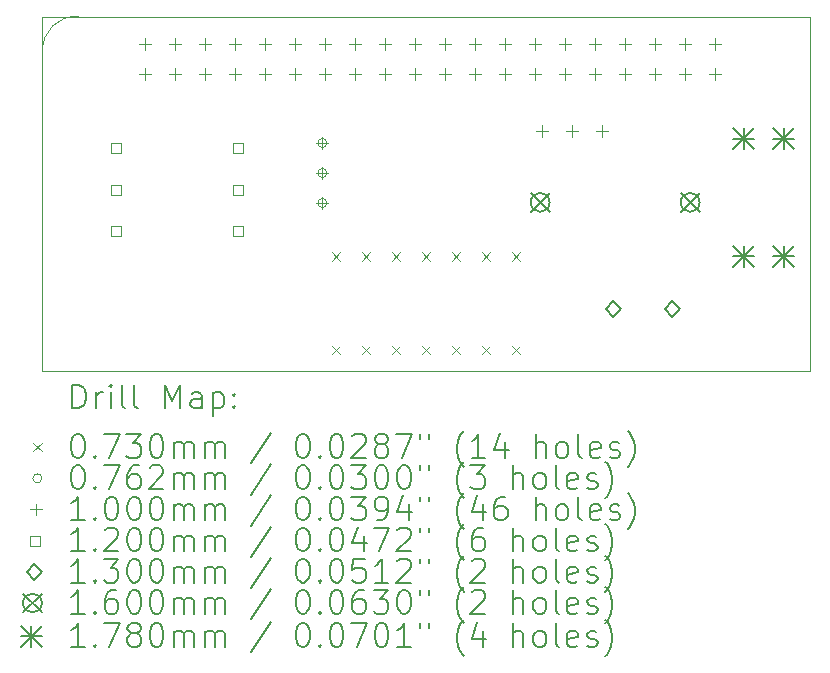
<source format=gbr>
%FSLAX45Y45*%
G04 Gerber Fmt 4.5, Leading zero omitted, Abs format (unit mm)*
G04 Created by KiCad (PCBNEW (6.0.4)) date 2022-04-01 13:14:08*
%MOMM*%
%LPD*%
G01*
G04 APERTURE LIST*
%TA.AperFunction,Profile*%
%ADD10C,0.100000*%
%TD*%
%TA.AperFunction,Profile*%
%ADD11C,0.050000*%
%TD*%
%ADD12C,0.200000*%
%ADD13C,0.073000*%
%ADD14C,0.076200*%
%ADD15C,0.100000*%
%ADD16C,0.120000*%
%ADD17C,0.130000*%
%ADD18C,0.160000*%
%ADD19C,0.178000*%
G04 APERTURE END LIST*
D10*
X15059520Y-5146040D02*
X15059520Y-2146040D01*
D11*
X15362634Y-2145238D02*
G75*
G03*
X15061299Y-2439810I-21644J-279272D01*
G01*
D10*
X21559520Y-5146040D02*
X15059520Y-5146040D01*
X21559520Y-5146040D02*
X15059520Y-5146040D01*
X15059520Y-2146040D02*
X21559520Y-2146040D01*
D11*
X15059520Y-2146040D02*
X21559520Y-2146040D01*
X21559520Y-2146040D02*
X21559520Y-5146040D01*
X21559520Y-5146040D02*
X15059520Y-5146040D01*
X15059520Y-5146040D02*
X15059520Y-2146040D01*
D10*
X21559520Y-2146040D02*
X21559520Y-5146040D01*
X21559520Y-2146040D02*
X21559520Y-5146040D01*
X15059520Y-5146040D02*
X15059520Y-2146040D01*
X15059520Y-2146040D02*
X21559520Y-2146040D01*
D12*
D13*
X17509820Y-4138500D02*
X17582820Y-4211500D01*
X17582820Y-4138500D02*
X17509820Y-4211500D01*
X17509820Y-4932500D02*
X17582820Y-5005500D01*
X17582820Y-4932500D02*
X17509820Y-5005500D01*
X17763820Y-4138500D02*
X17836820Y-4211500D01*
X17836820Y-4138500D02*
X17763820Y-4211500D01*
X17763820Y-4932500D02*
X17836820Y-5005500D01*
X17836820Y-4932500D02*
X17763820Y-5005500D01*
X18017820Y-4138500D02*
X18090820Y-4211500D01*
X18090820Y-4138500D02*
X18017820Y-4211500D01*
X18017820Y-4932500D02*
X18090820Y-5005500D01*
X18090820Y-4932500D02*
X18017820Y-5005500D01*
X18271820Y-4138500D02*
X18344820Y-4211500D01*
X18344820Y-4138500D02*
X18271820Y-4211500D01*
X18271820Y-4932500D02*
X18344820Y-5005500D01*
X18344820Y-4932500D02*
X18271820Y-5005500D01*
X18525820Y-4138500D02*
X18598820Y-4211500D01*
X18598820Y-4138500D02*
X18525820Y-4211500D01*
X18525820Y-4932500D02*
X18598820Y-5005500D01*
X18598820Y-4932500D02*
X18525820Y-5005500D01*
X18779820Y-4138500D02*
X18852820Y-4211500D01*
X18852820Y-4138500D02*
X18779820Y-4211500D01*
X18779820Y-4932500D02*
X18852820Y-5005500D01*
X18852820Y-4932500D02*
X18779820Y-5005500D01*
X19033820Y-4138500D02*
X19106820Y-4211500D01*
X19106820Y-4138500D02*
X19033820Y-4211500D01*
X19033820Y-4932500D02*
X19106820Y-5005500D01*
X19106820Y-4932500D02*
X19033820Y-5005500D01*
D14*
X17467580Y-3215640D02*
G75*
G03*
X17467580Y-3215640I-38100J0D01*
G01*
X17467580Y-3469640D02*
G75*
G03*
X17467580Y-3469640I-38100J0D01*
G01*
X17467580Y-3723640D02*
G75*
G03*
X17467580Y-3723640I-38100J0D01*
G01*
D15*
X15931200Y-2327440D02*
X15931200Y-2427440D01*
X15881200Y-2377440D02*
X15981200Y-2377440D01*
X15931200Y-2581440D02*
X15931200Y-2681440D01*
X15881200Y-2631440D02*
X15981200Y-2631440D01*
X16185200Y-2327440D02*
X16185200Y-2427440D01*
X16135200Y-2377440D02*
X16235200Y-2377440D01*
X16185200Y-2581440D02*
X16185200Y-2681440D01*
X16135200Y-2631440D02*
X16235200Y-2631440D01*
X16439200Y-2327440D02*
X16439200Y-2427440D01*
X16389200Y-2377440D02*
X16489200Y-2377440D01*
X16439200Y-2581440D02*
X16439200Y-2681440D01*
X16389200Y-2631440D02*
X16489200Y-2631440D01*
X16693200Y-2327440D02*
X16693200Y-2427440D01*
X16643200Y-2377440D02*
X16743200Y-2377440D01*
X16693200Y-2581440D02*
X16693200Y-2681440D01*
X16643200Y-2631440D02*
X16743200Y-2631440D01*
X16947200Y-2327440D02*
X16947200Y-2427440D01*
X16897200Y-2377440D02*
X16997200Y-2377440D01*
X16947200Y-2581440D02*
X16947200Y-2681440D01*
X16897200Y-2631440D02*
X16997200Y-2631440D01*
X17201200Y-2327440D02*
X17201200Y-2427440D01*
X17151200Y-2377440D02*
X17251200Y-2377440D01*
X17201200Y-2581440D02*
X17201200Y-2681440D01*
X17151200Y-2631440D02*
X17251200Y-2631440D01*
X17429480Y-3164140D02*
X17429480Y-3264140D01*
X17379480Y-3214140D02*
X17479480Y-3214140D01*
X17429480Y-3418140D02*
X17429480Y-3518140D01*
X17379480Y-3468140D02*
X17479480Y-3468140D01*
X17429480Y-3672140D02*
X17429480Y-3772140D01*
X17379480Y-3722140D02*
X17479480Y-3722140D01*
X17455200Y-2327440D02*
X17455200Y-2427440D01*
X17405200Y-2377440D02*
X17505200Y-2377440D01*
X17455200Y-2581440D02*
X17455200Y-2681440D01*
X17405200Y-2631440D02*
X17505200Y-2631440D01*
X17709200Y-2327440D02*
X17709200Y-2427440D01*
X17659200Y-2377440D02*
X17759200Y-2377440D01*
X17709200Y-2581440D02*
X17709200Y-2681440D01*
X17659200Y-2631440D02*
X17759200Y-2631440D01*
X17963200Y-2327440D02*
X17963200Y-2427440D01*
X17913200Y-2377440D02*
X18013200Y-2377440D01*
X17963200Y-2581440D02*
X17963200Y-2681440D01*
X17913200Y-2631440D02*
X18013200Y-2631440D01*
X18217200Y-2327440D02*
X18217200Y-2427440D01*
X18167200Y-2377440D02*
X18267200Y-2377440D01*
X18217200Y-2581440D02*
X18217200Y-2681440D01*
X18167200Y-2631440D02*
X18267200Y-2631440D01*
X18471200Y-2327440D02*
X18471200Y-2427440D01*
X18421200Y-2377440D02*
X18521200Y-2377440D01*
X18471200Y-2581440D02*
X18471200Y-2681440D01*
X18421200Y-2631440D02*
X18521200Y-2631440D01*
X18725200Y-2327440D02*
X18725200Y-2427440D01*
X18675200Y-2377440D02*
X18775200Y-2377440D01*
X18725200Y-2581440D02*
X18725200Y-2681440D01*
X18675200Y-2631440D02*
X18775200Y-2631440D01*
X18979200Y-2327440D02*
X18979200Y-2427440D01*
X18929200Y-2377440D02*
X19029200Y-2377440D01*
X18979200Y-2581440D02*
X18979200Y-2681440D01*
X18929200Y-2631440D02*
X19029200Y-2631440D01*
X19233200Y-2327440D02*
X19233200Y-2427440D01*
X19183200Y-2377440D02*
X19283200Y-2377440D01*
X19233200Y-2581440D02*
X19233200Y-2681440D01*
X19183200Y-2631440D02*
X19283200Y-2631440D01*
X19290260Y-3064040D02*
X19290260Y-3164040D01*
X19240260Y-3114040D02*
X19340260Y-3114040D01*
X19487200Y-2327440D02*
X19487200Y-2427440D01*
X19437200Y-2377440D02*
X19537200Y-2377440D01*
X19487200Y-2581440D02*
X19487200Y-2681440D01*
X19437200Y-2631440D02*
X19537200Y-2631440D01*
X19544260Y-3064040D02*
X19544260Y-3164040D01*
X19494260Y-3114040D02*
X19594260Y-3114040D01*
X19741200Y-2327440D02*
X19741200Y-2427440D01*
X19691200Y-2377440D02*
X19791200Y-2377440D01*
X19741200Y-2581440D02*
X19741200Y-2681440D01*
X19691200Y-2631440D02*
X19791200Y-2631440D01*
X19798260Y-3064040D02*
X19798260Y-3164040D01*
X19748260Y-3114040D02*
X19848260Y-3114040D01*
X19995200Y-2327440D02*
X19995200Y-2427440D01*
X19945200Y-2377440D02*
X20045200Y-2377440D01*
X19995200Y-2581440D02*
X19995200Y-2681440D01*
X19945200Y-2631440D02*
X20045200Y-2631440D01*
X20249200Y-2327440D02*
X20249200Y-2427440D01*
X20199200Y-2377440D02*
X20299200Y-2377440D01*
X20249200Y-2581440D02*
X20249200Y-2681440D01*
X20199200Y-2631440D02*
X20299200Y-2631440D01*
X20503200Y-2327440D02*
X20503200Y-2427440D01*
X20453200Y-2377440D02*
X20553200Y-2377440D01*
X20503200Y-2581440D02*
X20503200Y-2681440D01*
X20453200Y-2631440D02*
X20553200Y-2631440D01*
X20757200Y-2327440D02*
X20757200Y-2427440D01*
X20707200Y-2377440D02*
X20807200Y-2377440D01*
X20757200Y-2581440D02*
X20757200Y-2681440D01*
X20707200Y-2631440D02*
X20807200Y-2631440D01*
D16*
X15724997Y-3302557D02*
X15724997Y-3217703D01*
X15640143Y-3217703D01*
X15640143Y-3302557D01*
X15724997Y-3302557D01*
X15724997Y-3652557D02*
X15724997Y-3567703D01*
X15640143Y-3567703D01*
X15640143Y-3652557D01*
X15724997Y-3652557D01*
X15724997Y-4002557D02*
X15724997Y-3917703D01*
X15640143Y-3917703D01*
X15640143Y-4002557D01*
X15724997Y-4002557D01*
X16758027Y-3304827D02*
X16758027Y-3219973D01*
X16673173Y-3219973D01*
X16673173Y-3304827D01*
X16758027Y-3304827D01*
X16758027Y-3654827D02*
X16758027Y-3569973D01*
X16673173Y-3569973D01*
X16673173Y-3654827D01*
X16758027Y-3654827D01*
X16758027Y-4004827D02*
X16758027Y-3919973D01*
X16673173Y-3919973D01*
X16673173Y-4004827D01*
X16758027Y-4004827D01*
D17*
X19892200Y-4687820D02*
X19957200Y-4622820D01*
X19892200Y-4557820D01*
X19827200Y-4622820D01*
X19892200Y-4687820D01*
X20392200Y-4687820D02*
X20457200Y-4622820D01*
X20392200Y-4557820D01*
X20327200Y-4622820D01*
X20392200Y-4687820D01*
D18*
X19193520Y-3638560D02*
X19353520Y-3798560D01*
X19353520Y-3638560D02*
X19193520Y-3798560D01*
X19353520Y-3718560D02*
G75*
G03*
X19353520Y-3718560I-80000J0D01*
G01*
X20463520Y-3638560D02*
X20623520Y-3798560D01*
X20623520Y-3638560D02*
X20463520Y-3798560D01*
X20623520Y-3718560D02*
G75*
G03*
X20623520Y-3718560I-80000J0D01*
G01*
D19*
X20906680Y-3092920D02*
X21084680Y-3270920D01*
X21084680Y-3092920D02*
X20906680Y-3270920D01*
X20995680Y-3092920D02*
X20995680Y-3270920D01*
X20906680Y-3181920D02*
X21084680Y-3181920D01*
X20906680Y-4084920D02*
X21084680Y-4262920D01*
X21084680Y-4084920D02*
X20906680Y-4262920D01*
X20995680Y-4084920D02*
X20995680Y-4262920D01*
X20906680Y-4173920D02*
X21084680Y-4173920D01*
X21246680Y-3092920D02*
X21424680Y-3270920D01*
X21424680Y-3092920D02*
X21246680Y-3270920D01*
X21335680Y-3092920D02*
X21335680Y-3270920D01*
X21246680Y-3181920D02*
X21424680Y-3181920D01*
X21246680Y-4084920D02*
X21424680Y-4262920D01*
X21424680Y-4084920D02*
X21246680Y-4262920D01*
X21335680Y-4084920D02*
X21335680Y-4262920D01*
X21246680Y-4173920D02*
X21424680Y-4173920D01*
D12*
X15312139Y-5461516D02*
X15312139Y-5261516D01*
X15359758Y-5261516D01*
X15388329Y-5271040D01*
X15407377Y-5290088D01*
X15416901Y-5309135D01*
X15426425Y-5347230D01*
X15426425Y-5375802D01*
X15416901Y-5413897D01*
X15407377Y-5432945D01*
X15388329Y-5451992D01*
X15359758Y-5461516D01*
X15312139Y-5461516D01*
X15512139Y-5461516D02*
X15512139Y-5328183D01*
X15512139Y-5366278D02*
X15521663Y-5347230D01*
X15531187Y-5337707D01*
X15550234Y-5328183D01*
X15569282Y-5328183D01*
X15635948Y-5461516D02*
X15635948Y-5328183D01*
X15635948Y-5261516D02*
X15626425Y-5271040D01*
X15635948Y-5280564D01*
X15645472Y-5271040D01*
X15635948Y-5261516D01*
X15635948Y-5280564D01*
X15759758Y-5461516D02*
X15740710Y-5451992D01*
X15731187Y-5432945D01*
X15731187Y-5261516D01*
X15864520Y-5461516D02*
X15845472Y-5451992D01*
X15835948Y-5432945D01*
X15835948Y-5261516D01*
X16093091Y-5461516D02*
X16093091Y-5261516D01*
X16159758Y-5404373D01*
X16226425Y-5261516D01*
X16226425Y-5461516D01*
X16407377Y-5461516D02*
X16407377Y-5356754D01*
X16397853Y-5337707D01*
X16378806Y-5328183D01*
X16340710Y-5328183D01*
X16321663Y-5337707D01*
X16407377Y-5451992D02*
X16388329Y-5461516D01*
X16340710Y-5461516D01*
X16321663Y-5451992D01*
X16312139Y-5432945D01*
X16312139Y-5413897D01*
X16321663Y-5394850D01*
X16340710Y-5385326D01*
X16388329Y-5385326D01*
X16407377Y-5375802D01*
X16502615Y-5328183D02*
X16502615Y-5528183D01*
X16502615Y-5337707D02*
X16521663Y-5328183D01*
X16559758Y-5328183D01*
X16578806Y-5337707D01*
X16588329Y-5347230D01*
X16597853Y-5366278D01*
X16597853Y-5423421D01*
X16588329Y-5442469D01*
X16578806Y-5451992D01*
X16559758Y-5461516D01*
X16521663Y-5461516D01*
X16502615Y-5451992D01*
X16683568Y-5442469D02*
X16693091Y-5451992D01*
X16683568Y-5461516D01*
X16674044Y-5451992D01*
X16683568Y-5442469D01*
X16683568Y-5461516D01*
X16683568Y-5337707D02*
X16693091Y-5347230D01*
X16683568Y-5356754D01*
X16674044Y-5347230D01*
X16683568Y-5337707D01*
X16683568Y-5356754D01*
D13*
X14981520Y-5754540D02*
X15054520Y-5827540D01*
X15054520Y-5754540D02*
X14981520Y-5827540D01*
D12*
X15350234Y-5681516D02*
X15369282Y-5681516D01*
X15388329Y-5691040D01*
X15397853Y-5700564D01*
X15407377Y-5719611D01*
X15416901Y-5757707D01*
X15416901Y-5805326D01*
X15407377Y-5843421D01*
X15397853Y-5862468D01*
X15388329Y-5871992D01*
X15369282Y-5881516D01*
X15350234Y-5881516D01*
X15331187Y-5871992D01*
X15321663Y-5862468D01*
X15312139Y-5843421D01*
X15302615Y-5805326D01*
X15302615Y-5757707D01*
X15312139Y-5719611D01*
X15321663Y-5700564D01*
X15331187Y-5691040D01*
X15350234Y-5681516D01*
X15502615Y-5862468D02*
X15512139Y-5871992D01*
X15502615Y-5881516D01*
X15493091Y-5871992D01*
X15502615Y-5862468D01*
X15502615Y-5881516D01*
X15578806Y-5681516D02*
X15712139Y-5681516D01*
X15626425Y-5881516D01*
X15769282Y-5681516D02*
X15893091Y-5681516D01*
X15826425Y-5757707D01*
X15854996Y-5757707D01*
X15874044Y-5767230D01*
X15883568Y-5776754D01*
X15893091Y-5795802D01*
X15893091Y-5843421D01*
X15883568Y-5862468D01*
X15874044Y-5871992D01*
X15854996Y-5881516D01*
X15797853Y-5881516D01*
X15778806Y-5871992D01*
X15769282Y-5862468D01*
X16016901Y-5681516D02*
X16035948Y-5681516D01*
X16054996Y-5691040D01*
X16064520Y-5700564D01*
X16074044Y-5719611D01*
X16083568Y-5757707D01*
X16083568Y-5805326D01*
X16074044Y-5843421D01*
X16064520Y-5862468D01*
X16054996Y-5871992D01*
X16035948Y-5881516D01*
X16016901Y-5881516D01*
X15997853Y-5871992D01*
X15988329Y-5862468D01*
X15978806Y-5843421D01*
X15969282Y-5805326D01*
X15969282Y-5757707D01*
X15978806Y-5719611D01*
X15988329Y-5700564D01*
X15997853Y-5691040D01*
X16016901Y-5681516D01*
X16169282Y-5881516D02*
X16169282Y-5748183D01*
X16169282Y-5767230D02*
X16178806Y-5757707D01*
X16197853Y-5748183D01*
X16226425Y-5748183D01*
X16245472Y-5757707D01*
X16254996Y-5776754D01*
X16254996Y-5881516D01*
X16254996Y-5776754D02*
X16264520Y-5757707D01*
X16283568Y-5748183D01*
X16312139Y-5748183D01*
X16331187Y-5757707D01*
X16340710Y-5776754D01*
X16340710Y-5881516D01*
X16435948Y-5881516D02*
X16435948Y-5748183D01*
X16435948Y-5767230D02*
X16445472Y-5757707D01*
X16464520Y-5748183D01*
X16493091Y-5748183D01*
X16512139Y-5757707D01*
X16521663Y-5776754D01*
X16521663Y-5881516D01*
X16521663Y-5776754D02*
X16531187Y-5757707D01*
X16550234Y-5748183D01*
X16578806Y-5748183D01*
X16597853Y-5757707D01*
X16607377Y-5776754D01*
X16607377Y-5881516D01*
X16997853Y-5671992D02*
X16826425Y-5929135D01*
X17254996Y-5681516D02*
X17274044Y-5681516D01*
X17293091Y-5691040D01*
X17302615Y-5700564D01*
X17312139Y-5719611D01*
X17321663Y-5757707D01*
X17321663Y-5805326D01*
X17312139Y-5843421D01*
X17302615Y-5862468D01*
X17293091Y-5871992D01*
X17274044Y-5881516D01*
X17254996Y-5881516D01*
X17235949Y-5871992D01*
X17226425Y-5862468D01*
X17216901Y-5843421D01*
X17207377Y-5805326D01*
X17207377Y-5757707D01*
X17216901Y-5719611D01*
X17226425Y-5700564D01*
X17235949Y-5691040D01*
X17254996Y-5681516D01*
X17407377Y-5862468D02*
X17416901Y-5871992D01*
X17407377Y-5881516D01*
X17397853Y-5871992D01*
X17407377Y-5862468D01*
X17407377Y-5881516D01*
X17540710Y-5681516D02*
X17559758Y-5681516D01*
X17578806Y-5691040D01*
X17588330Y-5700564D01*
X17597853Y-5719611D01*
X17607377Y-5757707D01*
X17607377Y-5805326D01*
X17597853Y-5843421D01*
X17588330Y-5862468D01*
X17578806Y-5871992D01*
X17559758Y-5881516D01*
X17540710Y-5881516D01*
X17521663Y-5871992D01*
X17512139Y-5862468D01*
X17502615Y-5843421D01*
X17493091Y-5805326D01*
X17493091Y-5757707D01*
X17502615Y-5719611D01*
X17512139Y-5700564D01*
X17521663Y-5691040D01*
X17540710Y-5681516D01*
X17683568Y-5700564D02*
X17693091Y-5691040D01*
X17712139Y-5681516D01*
X17759758Y-5681516D01*
X17778806Y-5691040D01*
X17788330Y-5700564D01*
X17797853Y-5719611D01*
X17797853Y-5738659D01*
X17788330Y-5767230D01*
X17674044Y-5881516D01*
X17797853Y-5881516D01*
X17912139Y-5767230D02*
X17893091Y-5757707D01*
X17883568Y-5748183D01*
X17874044Y-5729135D01*
X17874044Y-5719611D01*
X17883568Y-5700564D01*
X17893091Y-5691040D01*
X17912139Y-5681516D01*
X17950234Y-5681516D01*
X17969282Y-5691040D01*
X17978806Y-5700564D01*
X17988330Y-5719611D01*
X17988330Y-5729135D01*
X17978806Y-5748183D01*
X17969282Y-5757707D01*
X17950234Y-5767230D01*
X17912139Y-5767230D01*
X17893091Y-5776754D01*
X17883568Y-5786278D01*
X17874044Y-5805326D01*
X17874044Y-5843421D01*
X17883568Y-5862468D01*
X17893091Y-5871992D01*
X17912139Y-5881516D01*
X17950234Y-5881516D01*
X17969282Y-5871992D01*
X17978806Y-5862468D01*
X17988330Y-5843421D01*
X17988330Y-5805326D01*
X17978806Y-5786278D01*
X17969282Y-5776754D01*
X17950234Y-5767230D01*
X18054996Y-5681516D02*
X18188330Y-5681516D01*
X18102615Y-5881516D01*
X18254996Y-5681516D02*
X18254996Y-5719611D01*
X18331187Y-5681516D02*
X18331187Y-5719611D01*
X18626425Y-5957707D02*
X18616901Y-5948183D01*
X18597853Y-5919611D01*
X18588330Y-5900564D01*
X18578806Y-5871992D01*
X18569282Y-5824373D01*
X18569282Y-5786278D01*
X18578806Y-5738659D01*
X18588330Y-5710088D01*
X18597853Y-5691040D01*
X18616901Y-5662468D01*
X18626425Y-5652945D01*
X18807377Y-5881516D02*
X18693091Y-5881516D01*
X18750234Y-5881516D02*
X18750234Y-5681516D01*
X18731187Y-5710088D01*
X18712139Y-5729135D01*
X18693091Y-5738659D01*
X18978806Y-5748183D02*
X18978806Y-5881516D01*
X18931187Y-5671992D02*
X18883568Y-5814849D01*
X19007377Y-5814849D01*
X19235949Y-5881516D02*
X19235949Y-5681516D01*
X19321663Y-5881516D02*
X19321663Y-5776754D01*
X19312139Y-5757707D01*
X19293091Y-5748183D01*
X19264520Y-5748183D01*
X19245472Y-5757707D01*
X19235949Y-5767230D01*
X19445472Y-5881516D02*
X19426425Y-5871992D01*
X19416901Y-5862468D01*
X19407377Y-5843421D01*
X19407377Y-5786278D01*
X19416901Y-5767230D01*
X19426425Y-5757707D01*
X19445472Y-5748183D01*
X19474044Y-5748183D01*
X19493091Y-5757707D01*
X19502615Y-5767230D01*
X19512139Y-5786278D01*
X19512139Y-5843421D01*
X19502615Y-5862468D01*
X19493091Y-5871992D01*
X19474044Y-5881516D01*
X19445472Y-5881516D01*
X19626425Y-5881516D02*
X19607377Y-5871992D01*
X19597853Y-5852945D01*
X19597853Y-5681516D01*
X19778806Y-5871992D02*
X19759758Y-5881516D01*
X19721663Y-5881516D01*
X19702615Y-5871992D01*
X19693091Y-5852945D01*
X19693091Y-5776754D01*
X19702615Y-5757707D01*
X19721663Y-5748183D01*
X19759758Y-5748183D01*
X19778806Y-5757707D01*
X19788330Y-5776754D01*
X19788330Y-5795802D01*
X19693091Y-5814849D01*
X19864520Y-5871992D02*
X19883568Y-5881516D01*
X19921663Y-5881516D01*
X19940710Y-5871992D01*
X19950234Y-5852945D01*
X19950234Y-5843421D01*
X19940710Y-5824373D01*
X19921663Y-5814849D01*
X19893091Y-5814849D01*
X19874044Y-5805326D01*
X19864520Y-5786278D01*
X19864520Y-5776754D01*
X19874044Y-5757707D01*
X19893091Y-5748183D01*
X19921663Y-5748183D01*
X19940710Y-5757707D01*
X20016901Y-5957707D02*
X20026425Y-5948183D01*
X20045472Y-5919611D01*
X20054996Y-5900564D01*
X20064520Y-5871992D01*
X20074044Y-5824373D01*
X20074044Y-5786278D01*
X20064520Y-5738659D01*
X20054996Y-5710088D01*
X20045472Y-5691040D01*
X20026425Y-5662468D01*
X20016901Y-5652945D01*
D14*
X15054520Y-6055040D02*
G75*
G03*
X15054520Y-6055040I-38100J0D01*
G01*
D12*
X15350234Y-5945516D02*
X15369282Y-5945516D01*
X15388329Y-5955040D01*
X15397853Y-5964564D01*
X15407377Y-5983611D01*
X15416901Y-6021707D01*
X15416901Y-6069326D01*
X15407377Y-6107421D01*
X15397853Y-6126468D01*
X15388329Y-6135992D01*
X15369282Y-6145516D01*
X15350234Y-6145516D01*
X15331187Y-6135992D01*
X15321663Y-6126468D01*
X15312139Y-6107421D01*
X15302615Y-6069326D01*
X15302615Y-6021707D01*
X15312139Y-5983611D01*
X15321663Y-5964564D01*
X15331187Y-5955040D01*
X15350234Y-5945516D01*
X15502615Y-6126468D02*
X15512139Y-6135992D01*
X15502615Y-6145516D01*
X15493091Y-6135992D01*
X15502615Y-6126468D01*
X15502615Y-6145516D01*
X15578806Y-5945516D02*
X15712139Y-5945516D01*
X15626425Y-6145516D01*
X15874044Y-5945516D02*
X15835948Y-5945516D01*
X15816901Y-5955040D01*
X15807377Y-5964564D01*
X15788329Y-5993135D01*
X15778806Y-6031230D01*
X15778806Y-6107421D01*
X15788329Y-6126468D01*
X15797853Y-6135992D01*
X15816901Y-6145516D01*
X15854996Y-6145516D01*
X15874044Y-6135992D01*
X15883568Y-6126468D01*
X15893091Y-6107421D01*
X15893091Y-6059802D01*
X15883568Y-6040754D01*
X15874044Y-6031230D01*
X15854996Y-6021707D01*
X15816901Y-6021707D01*
X15797853Y-6031230D01*
X15788329Y-6040754D01*
X15778806Y-6059802D01*
X15969282Y-5964564D02*
X15978806Y-5955040D01*
X15997853Y-5945516D01*
X16045472Y-5945516D01*
X16064520Y-5955040D01*
X16074044Y-5964564D01*
X16083568Y-5983611D01*
X16083568Y-6002659D01*
X16074044Y-6031230D01*
X15959758Y-6145516D01*
X16083568Y-6145516D01*
X16169282Y-6145516D02*
X16169282Y-6012183D01*
X16169282Y-6031230D02*
X16178806Y-6021707D01*
X16197853Y-6012183D01*
X16226425Y-6012183D01*
X16245472Y-6021707D01*
X16254996Y-6040754D01*
X16254996Y-6145516D01*
X16254996Y-6040754D02*
X16264520Y-6021707D01*
X16283568Y-6012183D01*
X16312139Y-6012183D01*
X16331187Y-6021707D01*
X16340710Y-6040754D01*
X16340710Y-6145516D01*
X16435948Y-6145516D02*
X16435948Y-6012183D01*
X16435948Y-6031230D02*
X16445472Y-6021707D01*
X16464520Y-6012183D01*
X16493091Y-6012183D01*
X16512139Y-6021707D01*
X16521663Y-6040754D01*
X16521663Y-6145516D01*
X16521663Y-6040754D02*
X16531187Y-6021707D01*
X16550234Y-6012183D01*
X16578806Y-6012183D01*
X16597853Y-6021707D01*
X16607377Y-6040754D01*
X16607377Y-6145516D01*
X16997853Y-5935992D02*
X16826425Y-6193135D01*
X17254996Y-5945516D02*
X17274044Y-5945516D01*
X17293091Y-5955040D01*
X17302615Y-5964564D01*
X17312139Y-5983611D01*
X17321663Y-6021707D01*
X17321663Y-6069326D01*
X17312139Y-6107421D01*
X17302615Y-6126468D01*
X17293091Y-6135992D01*
X17274044Y-6145516D01*
X17254996Y-6145516D01*
X17235949Y-6135992D01*
X17226425Y-6126468D01*
X17216901Y-6107421D01*
X17207377Y-6069326D01*
X17207377Y-6021707D01*
X17216901Y-5983611D01*
X17226425Y-5964564D01*
X17235949Y-5955040D01*
X17254996Y-5945516D01*
X17407377Y-6126468D02*
X17416901Y-6135992D01*
X17407377Y-6145516D01*
X17397853Y-6135992D01*
X17407377Y-6126468D01*
X17407377Y-6145516D01*
X17540710Y-5945516D02*
X17559758Y-5945516D01*
X17578806Y-5955040D01*
X17588330Y-5964564D01*
X17597853Y-5983611D01*
X17607377Y-6021707D01*
X17607377Y-6069326D01*
X17597853Y-6107421D01*
X17588330Y-6126468D01*
X17578806Y-6135992D01*
X17559758Y-6145516D01*
X17540710Y-6145516D01*
X17521663Y-6135992D01*
X17512139Y-6126468D01*
X17502615Y-6107421D01*
X17493091Y-6069326D01*
X17493091Y-6021707D01*
X17502615Y-5983611D01*
X17512139Y-5964564D01*
X17521663Y-5955040D01*
X17540710Y-5945516D01*
X17674044Y-5945516D02*
X17797853Y-5945516D01*
X17731187Y-6021707D01*
X17759758Y-6021707D01*
X17778806Y-6031230D01*
X17788330Y-6040754D01*
X17797853Y-6059802D01*
X17797853Y-6107421D01*
X17788330Y-6126468D01*
X17778806Y-6135992D01*
X17759758Y-6145516D01*
X17702615Y-6145516D01*
X17683568Y-6135992D01*
X17674044Y-6126468D01*
X17921663Y-5945516D02*
X17940710Y-5945516D01*
X17959758Y-5955040D01*
X17969282Y-5964564D01*
X17978806Y-5983611D01*
X17988330Y-6021707D01*
X17988330Y-6069326D01*
X17978806Y-6107421D01*
X17969282Y-6126468D01*
X17959758Y-6135992D01*
X17940710Y-6145516D01*
X17921663Y-6145516D01*
X17902615Y-6135992D01*
X17893091Y-6126468D01*
X17883568Y-6107421D01*
X17874044Y-6069326D01*
X17874044Y-6021707D01*
X17883568Y-5983611D01*
X17893091Y-5964564D01*
X17902615Y-5955040D01*
X17921663Y-5945516D01*
X18112139Y-5945516D02*
X18131187Y-5945516D01*
X18150234Y-5955040D01*
X18159758Y-5964564D01*
X18169282Y-5983611D01*
X18178806Y-6021707D01*
X18178806Y-6069326D01*
X18169282Y-6107421D01*
X18159758Y-6126468D01*
X18150234Y-6135992D01*
X18131187Y-6145516D01*
X18112139Y-6145516D01*
X18093091Y-6135992D01*
X18083568Y-6126468D01*
X18074044Y-6107421D01*
X18064520Y-6069326D01*
X18064520Y-6021707D01*
X18074044Y-5983611D01*
X18083568Y-5964564D01*
X18093091Y-5955040D01*
X18112139Y-5945516D01*
X18254996Y-5945516D02*
X18254996Y-5983611D01*
X18331187Y-5945516D02*
X18331187Y-5983611D01*
X18626425Y-6221707D02*
X18616901Y-6212183D01*
X18597853Y-6183611D01*
X18588330Y-6164564D01*
X18578806Y-6135992D01*
X18569282Y-6088373D01*
X18569282Y-6050278D01*
X18578806Y-6002659D01*
X18588330Y-5974088D01*
X18597853Y-5955040D01*
X18616901Y-5926468D01*
X18626425Y-5916945D01*
X18683568Y-5945516D02*
X18807377Y-5945516D01*
X18740710Y-6021707D01*
X18769282Y-6021707D01*
X18788330Y-6031230D01*
X18797853Y-6040754D01*
X18807377Y-6059802D01*
X18807377Y-6107421D01*
X18797853Y-6126468D01*
X18788330Y-6135992D01*
X18769282Y-6145516D01*
X18712139Y-6145516D01*
X18693091Y-6135992D01*
X18683568Y-6126468D01*
X19045472Y-6145516D02*
X19045472Y-5945516D01*
X19131187Y-6145516D02*
X19131187Y-6040754D01*
X19121663Y-6021707D01*
X19102615Y-6012183D01*
X19074044Y-6012183D01*
X19054996Y-6021707D01*
X19045472Y-6031230D01*
X19254996Y-6145516D02*
X19235949Y-6135992D01*
X19226425Y-6126468D01*
X19216901Y-6107421D01*
X19216901Y-6050278D01*
X19226425Y-6031230D01*
X19235949Y-6021707D01*
X19254996Y-6012183D01*
X19283568Y-6012183D01*
X19302615Y-6021707D01*
X19312139Y-6031230D01*
X19321663Y-6050278D01*
X19321663Y-6107421D01*
X19312139Y-6126468D01*
X19302615Y-6135992D01*
X19283568Y-6145516D01*
X19254996Y-6145516D01*
X19435949Y-6145516D02*
X19416901Y-6135992D01*
X19407377Y-6116945D01*
X19407377Y-5945516D01*
X19588330Y-6135992D02*
X19569282Y-6145516D01*
X19531187Y-6145516D01*
X19512139Y-6135992D01*
X19502615Y-6116945D01*
X19502615Y-6040754D01*
X19512139Y-6021707D01*
X19531187Y-6012183D01*
X19569282Y-6012183D01*
X19588330Y-6021707D01*
X19597853Y-6040754D01*
X19597853Y-6059802D01*
X19502615Y-6078849D01*
X19674044Y-6135992D02*
X19693091Y-6145516D01*
X19731187Y-6145516D01*
X19750234Y-6135992D01*
X19759758Y-6116945D01*
X19759758Y-6107421D01*
X19750234Y-6088373D01*
X19731187Y-6078849D01*
X19702615Y-6078849D01*
X19683568Y-6069326D01*
X19674044Y-6050278D01*
X19674044Y-6040754D01*
X19683568Y-6021707D01*
X19702615Y-6012183D01*
X19731187Y-6012183D01*
X19750234Y-6021707D01*
X19826425Y-6221707D02*
X19835949Y-6212183D01*
X19854996Y-6183611D01*
X19864520Y-6164564D01*
X19874044Y-6135992D01*
X19883568Y-6088373D01*
X19883568Y-6050278D01*
X19874044Y-6002659D01*
X19864520Y-5974088D01*
X19854996Y-5955040D01*
X19835949Y-5926468D01*
X19826425Y-5916945D01*
D15*
X15004520Y-6269040D02*
X15004520Y-6369040D01*
X14954520Y-6319040D02*
X15054520Y-6319040D01*
D12*
X15416901Y-6409516D02*
X15302615Y-6409516D01*
X15359758Y-6409516D02*
X15359758Y-6209516D01*
X15340710Y-6238088D01*
X15321663Y-6257135D01*
X15302615Y-6266659D01*
X15502615Y-6390468D02*
X15512139Y-6399992D01*
X15502615Y-6409516D01*
X15493091Y-6399992D01*
X15502615Y-6390468D01*
X15502615Y-6409516D01*
X15635948Y-6209516D02*
X15654996Y-6209516D01*
X15674044Y-6219040D01*
X15683568Y-6228564D01*
X15693091Y-6247611D01*
X15702615Y-6285707D01*
X15702615Y-6333326D01*
X15693091Y-6371421D01*
X15683568Y-6390468D01*
X15674044Y-6399992D01*
X15654996Y-6409516D01*
X15635948Y-6409516D01*
X15616901Y-6399992D01*
X15607377Y-6390468D01*
X15597853Y-6371421D01*
X15588329Y-6333326D01*
X15588329Y-6285707D01*
X15597853Y-6247611D01*
X15607377Y-6228564D01*
X15616901Y-6219040D01*
X15635948Y-6209516D01*
X15826425Y-6209516D02*
X15845472Y-6209516D01*
X15864520Y-6219040D01*
X15874044Y-6228564D01*
X15883568Y-6247611D01*
X15893091Y-6285707D01*
X15893091Y-6333326D01*
X15883568Y-6371421D01*
X15874044Y-6390468D01*
X15864520Y-6399992D01*
X15845472Y-6409516D01*
X15826425Y-6409516D01*
X15807377Y-6399992D01*
X15797853Y-6390468D01*
X15788329Y-6371421D01*
X15778806Y-6333326D01*
X15778806Y-6285707D01*
X15788329Y-6247611D01*
X15797853Y-6228564D01*
X15807377Y-6219040D01*
X15826425Y-6209516D01*
X16016901Y-6209516D02*
X16035948Y-6209516D01*
X16054996Y-6219040D01*
X16064520Y-6228564D01*
X16074044Y-6247611D01*
X16083568Y-6285707D01*
X16083568Y-6333326D01*
X16074044Y-6371421D01*
X16064520Y-6390468D01*
X16054996Y-6399992D01*
X16035948Y-6409516D01*
X16016901Y-6409516D01*
X15997853Y-6399992D01*
X15988329Y-6390468D01*
X15978806Y-6371421D01*
X15969282Y-6333326D01*
X15969282Y-6285707D01*
X15978806Y-6247611D01*
X15988329Y-6228564D01*
X15997853Y-6219040D01*
X16016901Y-6209516D01*
X16169282Y-6409516D02*
X16169282Y-6276183D01*
X16169282Y-6295230D02*
X16178806Y-6285707D01*
X16197853Y-6276183D01*
X16226425Y-6276183D01*
X16245472Y-6285707D01*
X16254996Y-6304754D01*
X16254996Y-6409516D01*
X16254996Y-6304754D02*
X16264520Y-6285707D01*
X16283568Y-6276183D01*
X16312139Y-6276183D01*
X16331187Y-6285707D01*
X16340710Y-6304754D01*
X16340710Y-6409516D01*
X16435948Y-6409516D02*
X16435948Y-6276183D01*
X16435948Y-6295230D02*
X16445472Y-6285707D01*
X16464520Y-6276183D01*
X16493091Y-6276183D01*
X16512139Y-6285707D01*
X16521663Y-6304754D01*
X16521663Y-6409516D01*
X16521663Y-6304754D02*
X16531187Y-6285707D01*
X16550234Y-6276183D01*
X16578806Y-6276183D01*
X16597853Y-6285707D01*
X16607377Y-6304754D01*
X16607377Y-6409516D01*
X16997853Y-6199992D02*
X16826425Y-6457135D01*
X17254996Y-6209516D02*
X17274044Y-6209516D01*
X17293091Y-6219040D01*
X17302615Y-6228564D01*
X17312139Y-6247611D01*
X17321663Y-6285707D01*
X17321663Y-6333326D01*
X17312139Y-6371421D01*
X17302615Y-6390468D01*
X17293091Y-6399992D01*
X17274044Y-6409516D01*
X17254996Y-6409516D01*
X17235949Y-6399992D01*
X17226425Y-6390468D01*
X17216901Y-6371421D01*
X17207377Y-6333326D01*
X17207377Y-6285707D01*
X17216901Y-6247611D01*
X17226425Y-6228564D01*
X17235949Y-6219040D01*
X17254996Y-6209516D01*
X17407377Y-6390468D02*
X17416901Y-6399992D01*
X17407377Y-6409516D01*
X17397853Y-6399992D01*
X17407377Y-6390468D01*
X17407377Y-6409516D01*
X17540710Y-6209516D02*
X17559758Y-6209516D01*
X17578806Y-6219040D01*
X17588330Y-6228564D01*
X17597853Y-6247611D01*
X17607377Y-6285707D01*
X17607377Y-6333326D01*
X17597853Y-6371421D01*
X17588330Y-6390468D01*
X17578806Y-6399992D01*
X17559758Y-6409516D01*
X17540710Y-6409516D01*
X17521663Y-6399992D01*
X17512139Y-6390468D01*
X17502615Y-6371421D01*
X17493091Y-6333326D01*
X17493091Y-6285707D01*
X17502615Y-6247611D01*
X17512139Y-6228564D01*
X17521663Y-6219040D01*
X17540710Y-6209516D01*
X17674044Y-6209516D02*
X17797853Y-6209516D01*
X17731187Y-6285707D01*
X17759758Y-6285707D01*
X17778806Y-6295230D01*
X17788330Y-6304754D01*
X17797853Y-6323802D01*
X17797853Y-6371421D01*
X17788330Y-6390468D01*
X17778806Y-6399992D01*
X17759758Y-6409516D01*
X17702615Y-6409516D01*
X17683568Y-6399992D01*
X17674044Y-6390468D01*
X17893091Y-6409516D02*
X17931187Y-6409516D01*
X17950234Y-6399992D01*
X17959758Y-6390468D01*
X17978806Y-6361897D01*
X17988330Y-6323802D01*
X17988330Y-6247611D01*
X17978806Y-6228564D01*
X17969282Y-6219040D01*
X17950234Y-6209516D01*
X17912139Y-6209516D01*
X17893091Y-6219040D01*
X17883568Y-6228564D01*
X17874044Y-6247611D01*
X17874044Y-6295230D01*
X17883568Y-6314278D01*
X17893091Y-6323802D01*
X17912139Y-6333326D01*
X17950234Y-6333326D01*
X17969282Y-6323802D01*
X17978806Y-6314278D01*
X17988330Y-6295230D01*
X18159758Y-6276183D02*
X18159758Y-6409516D01*
X18112139Y-6199992D02*
X18064520Y-6342849D01*
X18188330Y-6342849D01*
X18254996Y-6209516D02*
X18254996Y-6247611D01*
X18331187Y-6209516D02*
X18331187Y-6247611D01*
X18626425Y-6485707D02*
X18616901Y-6476183D01*
X18597853Y-6447611D01*
X18588330Y-6428564D01*
X18578806Y-6399992D01*
X18569282Y-6352373D01*
X18569282Y-6314278D01*
X18578806Y-6266659D01*
X18588330Y-6238088D01*
X18597853Y-6219040D01*
X18616901Y-6190468D01*
X18626425Y-6180945D01*
X18788330Y-6276183D02*
X18788330Y-6409516D01*
X18740710Y-6199992D02*
X18693091Y-6342849D01*
X18816901Y-6342849D01*
X18978806Y-6209516D02*
X18940710Y-6209516D01*
X18921663Y-6219040D01*
X18912139Y-6228564D01*
X18893091Y-6257135D01*
X18883568Y-6295230D01*
X18883568Y-6371421D01*
X18893091Y-6390468D01*
X18902615Y-6399992D01*
X18921663Y-6409516D01*
X18959758Y-6409516D01*
X18978806Y-6399992D01*
X18988330Y-6390468D01*
X18997853Y-6371421D01*
X18997853Y-6323802D01*
X18988330Y-6304754D01*
X18978806Y-6295230D01*
X18959758Y-6285707D01*
X18921663Y-6285707D01*
X18902615Y-6295230D01*
X18893091Y-6304754D01*
X18883568Y-6323802D01*
X19235949Y-6409516D02*
X19235949Y-6209516D01*
X19321663Y-6409516D02*
X19321663Y-6304754D01*
X19312139Y-6285707D01*
X19293091Y-6276183D01*
X19264520Y-6276183D01*
X19245472Y-6285707D01*
X19235949Y-6295230D01*
X19445472Y-6409516D02*
X19426425Y-6399992D01*
X19416901Y-6390468D01*
X19407377Y-6371421D01*
X19407377Y-6314278D01*
X19416901Y-6295230D01*
X19426425Y-6285707D01*
X19445472Y-6276183D01*
X19474044Y-6276183D01*
X19493091Y-6285707D01*
X19502615Y-6295230D01*
X19512139Y-6314278D01*
X19512139Y-6371421D01*
X19502615Y-6390468D01*
X19493091Y-6399992D01*
X19474044Y-6409516D01*
X19445472Y-6409516D01*
X19626425Y-6409516D02*
X19607377Y-6399992D01*
X19597853Y-6380945D01*
X19597853Y-6209516D01*
X19778806Y-6399992D02*
X19759758Y-6409516D01*
X19721663Y-6409516D01*
X19702615Y-6399992D01*
X19693091Y-6380945D01*
X19693091Y-6304754D01*
X19702615Y-6285707D01*
X19721663Y-6276183D01*
X19759758Y-6276183D01*
X19778806Y-6285707D01*
X19788330Y-6304754D01*
X19788330Y-6323802D01*
X19693091Y-6342849D01*
X19864520Y-6399992D02*
X19883568Y-6409516D01*
X19921663Y-6409516D01*
X19940710Y-6399992D01*
X19950234Y-6380945D01*
X19950234Y-6371421D01*
X19940710Y-6352373D01*
X19921663Y-6342849D01*
X19893091Y-6342849D01*
X19874044Y-6333326D01*
X19864520Y-6314278D01*
X19864520Y-6304754D01*
X19874044Y-6285707D01*
X19893091Y-6276183D01*
X19921663Y-6276183D01*
X19940710Y-6285707D01*
X20016901Y-6485707D02*
X20026425Y-6476183D01*
X20045472Y-6447611D01*
X20054996Y-6428564D01*
X20064520Y-6399992D01*
X20074044Y-6352373D01*
X20074044Y-6314278D01*
X20064520Y-6266659D01*
X20054996Y-6238088D01*
X20045472Y-6219040D01*
X20026425Y-6190468D01*
X20016901Y-6180945D01*
D16*
X15036947Y-6625467D02*
X15036947Y-6540613D01*
X14952093Y-6540613D01*
X14952093Y-6625467D01*
X15036947Y-6625467D01*
D12*
X15416901Y-6673516D02*
X15302615Y-6673516D01*
X15359758Y-6673516D02*
X15359758Y-6473516D01*
X15340710Y-6502088D01*
X15321663Y-6521135D01*
X15302615Y-6530659D01*
X15502615Y-6654468D02*
X15512139Y-6663992D01*
X15502615Y-6673516D01*
X15493091Y-6663992D01*
X15502615Y-6654468D01*
X15502615Y-6673516D01*
X15588329Y-6492564D02*
X15597853Y-6483040D01*
X15616901Y-6473516D01*
X15664520Y-6473516D01*
X15683568Y-6483040D01*
X15693091Y-6492564D01*
X15702615Y-6511611D01*
X15702615Y-6530659D01*
X15693091Y-6559230D01*
X15578806Y-6673516D01*
X15702615Y-6673516D01*
X15826425Y-6473516D02*
X15845472Y-6473516D01*
X15864520Y-6483040D01*
X15874044Y-6492564D01*
X15883568Y-6511611D01*
X15893091Y-6549707D01*
X15893091Y-6597326D01*
X15883568Y-6635421D01*
X15874044Y-6654468D01*
X15864520Y-6663992D01*
X15845472Y-6673516D01*
X15826425Y-6673516D01*
X15807377Y-6663992D01*
X15797853Y-6654468D01*
X15788329Y-6635421D01*
X15778806Y-6597326D01*
X15778806Y-6549707D01*
X15788329Y-6511611D01*
X15797853Y-6492564D01*
X15807377Y-6483040D01*
X15826425Y-6473516D01*
X16016901Y-6473516D02*
X16035948Y-6473516D01*
X16054996Y-6483040D01*
X16064520Y-6492564D01*
X16074044Y-6511611D01*
X16083568Y-6549707D01*
X16083568Y-6597326D01*
X16074044Y-6635421D01*
X16064520Y-6654468D01*
X16054996Y-6663992D01*
X16035948Y-6673516D01*
X16016901Y-6673516D01*
X15997853Y-6663992D01*
X15988329Y-6654468D01*
X15978806Y-6635421D01*
X15969282Y-6597326D01*
X15969282Y-6549707D01*
X15978806Y-6511611D01*
X15988329Y-6492564D01*
X15997853Y-6483040D01*
X16016901Y-6473516D01*
X16169282Y-6673516D02*
X16169282Y-6540183D01*
X16169282Y-6559230D02*
X16178806Y-6549707D01*
X16197853Y-6540183D01*
X16226425Y-6540183D01*
X16245472Y-6549707D01*
X16254996Y-6568754D01*
X16254996Y-6673516D01*
X16254996Y-6568754D02*
X16264520Y-6549707D01*
X16283568Y-6540183D01*
X16312139Y-6540183D01*
X16331187Y-6549707D01*
X16340710Y-6568754D01*
X16340710Y-6673516D01*
X16435948Y-6673516D02*
X16435948Y-6540183D01*
X16435948Y-6559230D02*
X16445472Y-6549707D01*
X16464520Y-6540183D01*
X16493091Y-6540183D01*
X16512139Y-6549707D01*
X16521663Y-6568754D01*
X16521663Y-6673516D01*
X16521663Y-6568754D02*
X16531187Y-6549707D01*
X16550234Y-6540183D01*
X16578806Y-6540183D01*
X16597853Y-6549707D01*
X16607377Y-6568754D01*
X16607377Y-6673516D01*
X16997853Y-6463992D02*
X16826425Y-6721135D01*
X17254996Y-6473516D02*
X17274044Y-6473516D01*
X17293091Y-6483040D01*
X17302615Y-6492564D01*
X17312139Y-6511611D01*
X17321663Y-6549707D01*
X17321663Y-6597326D01*
X17312139Y-6635421D01*
X17302615Y-6654468D01*
X17293091Y-6663992D01*
X17274044Y-6673516D01*
X17254996Y-6673516D01*
X17235949Y-6663992D01*
X17226425Y-6654468D01*
X17216901Y-6635421D01*
X17207377Y-6597326D01*
X17207377Y-6549707D01*
X17216901Y-6511611D01*
X17226425Y-6492564D01*
X17235949Y-6483040D01*
X17254996Y-6473516D01*
X17407377Y-6654468D02*
X17416901Y-6663992D01*
X17407377Y-6673516D01*
X17397853Y-6663992D01*
X17407377Y-6654468D01*
X17407377Y-6673516D01*
X17540710Y-6473516D02*
X17559758Y-6473516D01*
X17578806Y-6483040D01*
X17588330Y-6492564D01*
X17597853Y-6511611D01*
X17607377Y-6549707D01*
X17607377Y-6597326D01*
X17597853Y-6635421D01*
X17588330Y-6654468D01*
X17578806Y-6663992D01*
X17559758Y-6673516D01*
X17540710Y-6673516D01*
X17521663Y-6663992D01*
X17512139Y-6654468D01*
X17502615Y-6635421D01*
X17493091Y-6597326D01*
X17493091Y-6549707D01*
X17502615Y-6511611D01*
X17512139Y-6492564D01*
X17521663Y-6483040D01*
X17540710Y-6473516D01*
X17778806Y-6540183D02*
X17778806Y-6673516D01*
X17731187Y-6463992D02*
X17683568Y-6606849D01*
X17807377Y-6606849D01*
X17864520Y-6473516D02*
X17997853Y-6473516D01*
X17912139Y-6673516D01*
X18064520Y-6492564D02*
X18074044Y-6483040D01*
X18093091Y-6473516D01*
X18140710Y-6473516D01*
X18159758Y-6483040D01*
X18169282Y-6492564D01*
X18178806Y-6511611D01*
X18178806Y-6530659D01*
X18169282Y-6559230D01*
X18054996Y-6673516D01*
X18178806Y-6673516D01*
X18254996Y-6473516D02*
X18254996Y-6511611D01*
X18331187Y-6473516D02*
X18331187Y-6511611D01*
X18626425Y-6749707D02*
X18616901Y-6740183D01*
X18597853Y-6711611D01*
X18588330Y-6692564D01*
X18578806Y-6663992D01*
X18569282Y-6616373D01*
X18569282Y-6578278D01*
X18578806Y-6530659D01*
X18588330Y-6502088D01*
X18597853Y-6483040D01*
X18616901Y-6454468D01*
X18626425Y-6444945D01*
X18788330Y-6473516D02*
X18750234Y-6473516D01*
X18731187Y-6483040D01*
X18721663Y-6492564D01*
X18702615Y-6521135D01*
X18693091Y-6559230D01*
X18693091Y-6635421D01*
X18702615Y-6654468D01*
X18712139Y-6663992D01*
X18731187Y-6673516D01*
X18769282Y-6673516D01*
X18788330Y-6663992D01*
X18797853Y-6654468D01*
X18807377Y-6635421D01*
X18807377Y-6587802D01*
X18797853Y-6568754D01*
X18788330Y-6559230D01*
X18769282Y-6549707D01*
X18731187Y-6549707D01*
X18712139Y-6559230D01*
X18702615Y-6568754D01*
X18693091Y-6587802D01*
X19045472Y-6673516D02*
X19045472Y-6473516D01*
X19131187Y-6673516D02*
X19131187Y-6568754D01*
X19121663Y-6549707D01*
X19102615Y-6540183D01*
X19074044Y-6540183D01*
X19054996Y-6549707D01*
X19045472Y-6559230D01*
X19254996Y-6673516D02*
X19235949Y-6663992D01*
X19226425Y-6654468D01*
X19216901Y-6635421D01*
X19216901Y-6578278D01*
X19226425Y-6559230D01*
X19235949Y-6549707D01*
X19254996Y-6540183D01*
X19283568Y-6540183D01*
X19302615Y-6549707D01*
X19312139Y-6559230D01*
X19321663Y-6578278D01*
X19321663Y-6635421D01*
X19312139Y-6654468D01*
X19302615Y-6663992D01*
X19283568Y-6673516D01*
X19254996Y-6673516D01*
X19435949Y-6673516D02*
X19416901Y-6663992D01*
X19407377Y-6644945D01*
X19407377Y-6473516D01*
X19588330Y-6663992D02*
X19569282Y-6673516D01*
X19531187Y-6673516D01*
X19512139Y-6663992D01*
X19502615Y-6644945D01*
X19502615Y-6568754D01*
X19512139Y-6549707D01*
X19531187Y-6540183D01*
X19569282Y-6540183D01*
X19588330Y-6549707D01*
X19597853Y-6568754D01*
X19597853Y-6587802D01*
X19502615Y-6606849D01*
X19674044Y-6663992D02*
X19693091Y-6673516D01*
X19731187Y-6673516D01*
X19750234Y-6663992D01*
X19759758Y-6644945D01*
X19759758Y-6635421D01*
X19750234Y-6616373D01*
X19731187Y-6606849D01*
X19702615Y-6606849D01*
X19683568Y-6597326D01*
X19674044Y-6578278D01*
X19674044Y-6568754D01*
X19683568Y-6549707D01*
X19702615Y-6540183D01*
X19731187Y-6540183D01*
X19750234Y-6549707D01*
X19826425Y-6749707D02*
X19835949Y-6740183D01*
X19854996Y-6711611D01*
X19864520Y-6692564D01*
X19874044Y-6663992D01*
X19883568Y-6616373D01*
X19883568Y-6578278D01*
X19874044Y-6530659D01*
X19864520Y-6502088D01*
X19854996Y-6483040D01*
X19835949Y-6454468D01*
X19826425Y-6444945D01*
D17*
X14989520Y-6912040D02*
X15054520Y-6847040D01*
X14989520Y-6782040D01*
X14924520Y-6847040D01*
X14989520Y-6912040D01*
D12*
X15416901Y-6937516D02*
X15302615Y-6937516D01*
X15359758Y-6937516D02*
X15359758Y-6737516D01*
X15340710Y-6766088D01*
X15321663Y-6785135D01*
X15302615Y-6794659D01*
X15502615Y-6918468D02*
X15512139Y-6927992D01*
X15502615Y-6937516D01*
X15493091Y-6927992D01*
X15502615Y-6918468D01*
X15502615Y-6937516D01*
X15578806Y-6737516D02*
X15702615Y-6737516D01*
X15635948Y-6813707D01*
X15664520Y-6813707D01*
X15683568Y-6823230D01*
X15693091Y-6832754D01*
X15702615Y-6851802D01*
X15702615Y-6899421D01*
X15693091Y-6918468D01*
X15683568Y-6927992D01*
X15664520Y-6937516D01*
X15607377Y-6937516D01*
X15588329Y-6927992D01*
X15578806Y-6918468D01*
X15826425Y-6737516D02*
X15845472Y-6737516D01*
X15864520Y-6747040D01*
X15874044Y-6756564D01*
X15883568Y-6775611D01*
X15893091Y-6813707D01*
X15893091Y-6861326D01*
X15883568Y-6899421D01*
X15874044Y-6918468D01*
X15864520Y-6927992D01*
X15845472Y-6937516D01*
X15826425Y-6937516D01*
X15807377Y-6927992D01*
X15797853Y-6918468D01*
X15788329Y-6899421D01*
X15778806Y-6861326D01*
X15778806Y-6813707D01*
X15788329Y-6775611D01*
X15797853Y-6756564D01*
X15807377Y-6747040D01*
X15826425Y-6737516D01*
X16016901Y-6737516D02*
X16035948Y-6737516D01*
X16054996Y-6747040D01*
X16064520Y-6756564D01*
X16074044Y-6775611D01*
X16083568Y-6813707D01*
X16083568Y-6861326D01*
X16074044Y-6899421D01*
X16064520Y-6918468D01*
X16054996Y-6927992D01*
X16035948Y-6937516D01*
X16016901Y-6937516D01*
X15997853Y-6927992D01*
X15988329Y-6918468D01*
X15978806Y-6899421D01*
X15969282Y-6861326D01*
X15969282Y-6813707D01*
X15978806Y-6775611D01*
X15988329Y-6756564D01*
X15997853Y-6747040D01*
X16016901Y-6737516D01*
X16169282Y-6937516D02*
X16169282Y-6804183D01*
X16169282Y-6823230D02*
X16178806Y-6813707D01*
X16197853Y-6804183D01*
X16226425Y-6804183D01*
X16245472Y-6813707D01*
X16254996Y-6832754D01*
X16254996Y-6937516D01*
X16254996Y-6832754D02*
X16264520Y-6813707D01*
X16283568Y-6804183D01*
X16312139Y-6804183D01*
X16331187Y-6813707D01*
X16340710Y-6832754D01*
X16340710Y-6937516D01*
X16435948Y-6937516D02*
X16435948Y-6804183D01*
X16435948Y-6823230D02*
X16445472Y-6813707D01*
X16464520Y-6804183D01*
X16493091Y-6804183D01*
X16512139Y-6813707D01*
X16521663Y-6832754D01*
X16521663Y-6937516D01*
X16521663Y-6832754D02*
X16531187Y-6813707D01*
X16550234Y-6804183D01*
X16578806Y-6804183D01*
X16597853Y-6813707D01*
X16607377Y-6832754D01*
X16607377Y-6937516D01*
X16997853Y-6727992D02*
X16826425Y-6985135D01*
X17254996Y-6737516D02*
X17274044Y-6737516D01*
X17293091Y-6747040D01*
X17302615Y-6756564D01*
X17312139Y-6775611D01*
X17321663Y-6813707D01*
X17321663Y-6861326D01*
X17312139Y-6899421D01*
X17302615Y-6918468D01*
X17293091Y-6927992D01*
X17274044Y-6937516D01*
X17254996Y-6937516D01*
X17235949Y-6927992D01*
X17226425Y-6918468D01*
X17216901Y-6899421D01*
X17207377Y-6861326D01*
X17207377Y-6813707D01*
X17216901Y-6775611D01*
X17226425Y-6756564D01*
X17235949Y-6747040D01*
X17254996Y-6737516D01*
X17407377Y-6918468D02*
X17416901Y-6927992D01*
X17407377Y-6937516D01*
X17397853Y-6927992D01*
X17407377Y-6918468D01*
X17407377Y-6937516D01*
X17540710Y-6737516D02*
X17559758Y-6737516D01*
X17578806Y-6747040D01*
X17588330Y-6756564D01*
X17597853Y-6775611D01*
X17607377Y-6813707D01*
X17607377Y-6861326D01*
X17597853Y-6899421D01*
X17588330Y-6918468D01*
X17578806Y-6927992D01*
X17559758Y-6937516D01*
X17540710Y-6937516D01*
X17521663Y-6927992D01*
X17512139Y-6918468D01*
X17502615Y-6899421D01*
X17493091Y-6861326D01*
X17493091Y-6813707D01*
X17502615Y-6775611D01*
X17512139Y-6756564D01*
X17521663Y-6747040D01*
X17540710Y-6737516D01*
X17788330Y-6737516D02*
X17693091Y-6737516D01*
X17683568Y-6832754D01*
X17693091Y-6823230D01*
X17712139Y-6813707D01*
X17759758Y-6813707D01*
X17778806Y-6823230D01*
X17788330Y-6832754D01*
X17797853Y-6851802D01*
X17797853Y-6899421D01*
X17788330Y-6918468D01*
X17778806Y-6927992D01*
X17759758Y-6937516D01*
X17712139Y-6937516D01*
X17693091Y-6927992D01*
X17683568Y-6918468D01*
X17988330Y-6937516D02*
X17874044Y-6937516D01*
X17931187Y-6937516D02*
X17931187Y-6737516D01*
X17912139Y-6766088D01*
X17893091Y-6785135D01*
X17874044Y-6794659D01*
X18064520Y-6756564D02*
X18074044Y-6747040D01*
X18093091Y-6737516D01*
X18140710Y-6737516D01*
X18159758Y-6747040D01*
X18169282Y-6756564D01*
X18178806Y-6775611D01*
X18178806Y-6794659D01*
X18169282Y-6823230D01*
X18054996Y-6937516D01*
X18178806Y-6937516D01*
X18254996Y-6737516D02*
X18254996Y-6775611D01*
X18331187Y-6737516D02*
X18331187Y-6775611D01*
X18626425Y-7013707D02*
X18616901Y-7004183D01*
X18597853Y-6975611D01*
X18588330Y-6956564D01*
X18578806Y-6927992D01*
X18569282Y-6880373D01*
X18569282Y-6842278D01*
X18578806Y-6794659D01*
X18588330Y-6766088D01*
X18597853Y-6747040D01*
X18616901Y-6718468D01*
X18626425Y-6708945D01*
X18693091Y-6756564D02*
X18702615Y-6747040D01*
X18721663Y-6737516D01*
X18769282Y-6737516D01*
X18788330Y-6747040D01*
X18797853Y-6756564D01*
X18807377Y-6775611D01*
X18807377Y-6794659D01*
X18797853Y-6823230D01*
X18683568Y-6937516D01*
X18807377Y-6937516D01*
X19045472Y-6937516D02*
X19045472Y-6737516D01*
X19131187Y-6937516D02*
X19131187Y-6832754D01*
X19121663Y-6813707D01*
X19102615Y-6804183D01*
X19074044Y-6804183D01*
X19054996Y-6813707D01*
X19045472Y-6823230D01*
X19254996Y-6937516D02*
X19235949Y-6927992D01*
X19226425Y-6918468D01*
X19216901Y-6899421D01*
X19216901Y-6842278D01*
X19226425Y-6823230D01*
X19235949Y-6813707D01*
X19254996Y-6804183D01*
X19283568Y-6804183D01*
X19302615Y-6813707D01*
X19312139Y-6823230D01*
X19321663Y-6842278D01*
X19321663Y-6899421D01*
X19312139Y-6918468D01*
X19302615Y-6927992D01*
X19283568Y-6937516D01*
X19254996Y-6937516D01*
X19435949Y-6937516D02*
X19416901Y-6927992D01*
X19407377Y-6908945D01*
X19407377Y-6737516D01*
X19588330Y-6927992D02*
X19569282Y-6937516D01*
X19531187Y-6937516D01*
X19512139Y-6927992D01*
X19502615Y-6908945D01*
X19502615Y-6832754D01*
X19512139Y-6813707D01*
X19531187Y-6804183D01*
X19569282Y-6804183D01*
X19588330Y-6813707D01*
X19597853Y-6832754D01*
X19597853Y-6851802D01*
X19502615Y-6870849D01*
X19674044Y-6927992D02*
X19693091Y-6937516D01*
X19731187Y-6937516D01*
X19750234Y-6927992D01*
X19759758Y-6908945D01*
X19759758Y-6899421D01*
X19750234Y-6880373D01*
X19731187Y-6870849D01*
X19702615Y-6870849D01*
X19683568Y-6861326D01*
X19674044Y-6842278D01*
X19674044Y-6832754D01*
X19683568Y-6813707D01*
X19702615Y-6804183D01*
X19731187Y-6804183D01*
X19750234Y-6813707D01*
X19826425Y-7013707D02*
X19835949Y-7004183D01*
X19854996Y-6975611D01*
X19864520Y-6956564D01*
X19874044Y-6927992D01*
X19883568Y-6880373D01*
X19883568Y-6842278D01*
X19874044Y-6794659D01*
X19864520Y-6766088D01*
X19854996Y-6747040D01*
X19835949Y-6718468D01*
X19826425Y-6708945D01*
D18*
X14894520Y-7031040D02*
X15054520Y-7191040D01*
X15054520Y-7031040D02*
X14894520Y-7191040D01*
X15054520Y-7111040D02*
G75*
G03*
X15054520Y-7111040I-80000J0D01*
G01*
D12*
X15416901Y-7201516D02*
X15302615Y-7201516D01*
X15359758Y-7201516D02*
X15359758Y-7001516D01*
X15340710Y-7030088D01*
X15321663Y-7049135D01*
X15302615Y-7058659D01*
X15502615Y-7182468D02*
X15512139Y-7191992D01*
X15502615Y-7201516D01*
X15493091Y-7191992D01*
X15502615Y-7182468D01*
X15502615Y-7201516D01*
X15683568Y-7001516D02*
X15645472Y-7001516D01*
X15626425Y-7011040D01*
X15616901Y-7020564D01*
X15597853Y-7049135D01*
X15588329Y-7087230D01*
X15588329Y-7163421D01*
X15597853Y-7182468D01*
X15607377Y-7191992D01*
X15626425Y-7201516D01*
X15664520Y-7201516D01*
X15683568Y-7191992D01*
X15693091Y-7182468D01*
X15702615Y-7163421D01*
X15702615Y-7115802D01*
X15693091Y-7096754D01*
X15683568Y-7087230D01*
X15664520Y-7077707D01*
X15626425Y-7077707D01*
X15607377Y-7087230D01*
X15597853Y-7096754D01*
X15588329Y-7115802D01*
X15826425Y-7001516D02*
X15845472Y-7001516D01*
X15864520Y-7011040D01*
X15874044Y-7020564D01*
X15883568Y-7039611D01*
X15893091Y-7077707D01*
X15893091Y-7125326D01*
X15883568Y-7163421D01*
X15874044Y-7182468D01*
X15864520Y-7191992D01*
X15845472Y-7201516D01*
X15826425Y-7201516D01*
X15807377Y-7191992D01*
X15797853Y-7182468D01*
X15788329Y-7163421D01*
X15778806Y-7125326D01*
X15778806Y-7077707D01*
X15788329Y-7039611D01*
X15797853Y-7020564D01*
X15807377Y-7011040D01*
X15826425Y-7001516D01*
X16016901Y-7001516D02*
X16035948Y-7001516D01*
X16054996Y-7011040D01*
X16064520Y-7020564D01*
X16074044Y-7039611D01*
X16083568Y-7077707D01*
X16083568Y-7125326D01*
X16074044Y-7163421D01*
X16064520Y-7182468D01*
X16054996Y-7191992D01*
X16035948Y-7201516D01*
X16016901Y-7201516D01*
X15997853Y-7191992D01*
X15988329Y-7182468D01*
X15978806Y-7163421D01*
X15969282Y-7125326D01*
X15969282Y-7077707D01*
X15978806Y-7039611D01*
X15988329Y-7020564D01*
X15997853Y-7011040D01*
X16016901Y-7001516D01*
X16169282Y-7201516D02*
X16169282Y-7068183D01*
X16169282Y-7087230D02*
X16178806Y-7077707D01*
X16197853Y-7068183D01*
X16226425Y-7068183D01*
X16245472Y-7077707D01*
X16254996Y-7096754D01*
X16254996Y-7201516D01*
X16254996Y-7096754D02*
X16264520Y-7077707D01*
X16283568Y-7068183D01*
X16312139Y-7068183D01*
X16331187Y-7077707D01*
X16340710Y-7096754D01*
X16340710Y-7201516D01*
X16435948Y-7201516D02*
X16435948Y-7068183D01*
X16435948Y-7087230D02*
X16445472Y-7077707D01*
X16464520Y-7068183D01*
X16493091Y-7068183D01*
X16512139Y-7077707D01*
X16521663Y-7096754D01*
X16521663Y-7201516D01*
X16521663Y-7096754D02*
X16531187Y-7077707D01*
X16550234Y-7068183D01*
X16578806Y-7068183D01*
X16597853Y-7077707D01*
X16607377Y-7096754D01*
X16607377Y-7201516D01*
X16997853Y-6991992D02*
X16826425Y-7249135D01*
X17254996Y-7001516D02*
X17274044Y-7001516D01*
X17293091Y-7011040D01*
X17302615Y-7020564D01*
X17312139Y-7039611D01*
X17321663Y-7077707D01*
X17321663Y-7125326D01*
X17312139Y-7163421D01*
X17302615Y-7182468D01*
X17293091Y-7191992D01*
X17274044Y-7201516D01*
X17254996Y-7201516D01*
X17235949Y-7191992D01*
X17226425Y-7182468D01*
X17216901Y-7163421D01*
X17207377Y-7125326D01*
X17207377Y-7077707D01*
X17216901Y-7039611D01*
X17226425Y-7020564D01*
X17235949Y-7011040D01*
X17254996Y-7001516D01*
X17407377Y-7182468D02*
X17416901Y-7191992D01*
X17407377Y-7201516D01*
X17397853Y-7191992D01*
X17407377Y-7182468D01*
X17407377Y-7201516D01*
X17540710Y-7001516D02*
X17559758Y-7001516D01*
X17578806Y-7011040D01*
X17588330Y-7020564D01*
X17597853Y-7039611D01*
X17607377Y-7077707D01*
X17607377Y-7125326D01*
X17597853Y-7163421D01*
X17588330Y-7182468D01*
X17578806Y-7191992D01*
X17559758Y-7201516D01*
X17540710Y-7201516D01*
X17521663Y-7191992D01*
X17512139Y-7182468D01*
X17502615Y-7163421D01*
X17493091Y-7125326D01*
X17493091Y-7077707D01*
X17502615Y-7039611D01*
X17512139Y-7020564D01*
X17521663Y-7011040D01*
X17540710Y-7001516D01*
X17778806Y-7001516D02*
X17740710Y-7001516D01*
X17721663Y-7011040D01*
X17712139Y-7020564D01*
X17693091Y-7049135D01*
X17683568Y-7087230D01*
X17683568Y-7163421D01*
X17693091Y-7182468D01*
X17702615Y-7191992D01*
X17721663Y-7201516D01*
X17759758Y-7201516D01*
X17778806Y-7191992D01*
X17788330Y-7182468D01*
X17797853Y-7163421D01*
X17797853Y-7115802D01*
X17788330Y-7096754D01*
X17778806Y-7087230D01*
X17759758Y-7077707D01*
X17721663Y-7077707D01*
X17702615Y-7087230D01*
X17693091Y-7096754D01*
X17683568Y-7115802D01*
X17864520Y-7001516D02*
X17988330Y-7001516D01*
X17921663Y-7077707D01*
X17950234Y-7077707D01*
X17969282Y-7087230D01*
X17978806Y-7096754D01*
X17988330Y-7115802D01*
X17988330Y-7163421D01*
X17978806Y-7182468D01*
X17969282Y-7191992D01*
X17950234Y-7201516D01*
X17893091Y-7201516D01*
X17874044Y-7191992D01*
X17864520Y-7182468D01*
X18112139Y-7001516D02*
X18131187Y-7001516D01*
X18150234Y-7011040D01*
X18159758Y-7020564D01*
X18169282Y-7039611D01*
X18178806Y-7077707D01*
X18178806Y-7125326D01*
X18169282Y-7163421D01*
X18159758Y-7182468D01*
X18150234Y-7191992D01*
X18131187Y-7201516D01*
X18112139Y-7201516D01*
X18093091Y-7191992D01*
X18083568Y-7182468D01*
X18074044Y-7163421D01*
X18064520Y-7125326D01*
X18064520Y-7077707D01*
X18074044Y-7039611D01*
X18083568Y-7020564D01*
X18093091Y-7011040D01*
X18112139Y-7001516D01*
X18254996Y-7001516D02*
X18254996Y-7039611D01*
X18331187Y-7001516D02*
X18331187Y-7039611D01*
X18626425Y-7277707D02*
X18616901Y-7268183D01*
X18597853Y-7239611D01*
X18588330Y-7220564D01*
X18578806Y-7191992D01*
X18569282Y-7144373D01*
X18569282Y-7106278D01*
X18578806Y-7058659D01*
X18588330Y-7030088D01*
X18597853Y-7011040D01*
X18616901Y-6982468D01*
X18626425Y-6972945D01*
X18693091Y-7020564D02*
X18702615Y-7011040D01*
X18721663Y-7001516D01*
X18769282Y-7001516D01*
X18788330Y-7011040D01*
X18797853Y-7020564D01*
X18807377Y-7039611D01*
X18807377Y-7058659D01*
X18797853Y-7087230D01*
X18683568Y-7201516D01*
X18807377Y-7201516D01*
X19045472Y-7201516D02*
X19045472Y-7001516D01*
X19131187Y-7201516D02*
X19131187Y-7096754D01*
X19121663Y-7077707D01*
X19102615Y-7068183D01*
X19074044Y-7068183D01*
X19054996Y-7077707D01*
X19045472Y-7087230D01*
X19254996Y-7201516D02*
X19235949Y-7191992D01*
X19226425Y-7182468D01*
X19216901Y-7163421D01*
X19216901Y-7106278D01*
X19226425Y-7087230D01*
X19235949Y-7077707D01*
X19254996Y-7068183D01*
X19283568Y-7068183D01*
X19302615Y-7077707D01*
X19312139Y-7087230D01*
X19321663Y-7106278D01*
X19321663Y-7163421D01*
X19312139Y-7182468D01*
X19302615Y-7191992D01*
X19283568Y-7201516D01*
X19254996Y-7201516D01*
X19435949Y-7201516D02*
X19416901Y-7191992D01*
X19407377Y-7172945D01*
X19407377Y-7001516D01*
X19588330Y-7191992D02*
X19569282Y-7201516D01*
X19531187Y-7201516D01*
X19512139Y-7191992D01*
X19502615Y-7172945D01*
X19502615Y-7096754D01*
X19512139Y-7077707D01*
X19531187Y-7068183D01*
X19569282Y-7068183D01*
X19588330Y-7077707D01*
X19597853Y-7096754D01*
X19597853Y-7115802D01*
X19502615Y-7134849D01*
X19674044Y-7191992D02*
X19693091Y-7201516D01*
X19731187Y-7201516D01*
X19750234Y-7191992D01*
X19759758Y-7172945D01*
X19759758Y-7163421D01*
X19750234Y-7144373D01*
X19731187Y-7134849D01*
X19702615Y-7134849D01*
X19683568Y-7125326D01*
X19674044Y-7106278D01*
X19674044Y-7096754D01*
X19683568Y-7077707D01*
X19702615Y-7068183D01*
X19731187Y-7068183D01*
X19750234Y-7077707D01*
X19826425Y-7277707D02*
X19835949Y-7268183D01*
X19854996Y-7239611D01*
X19864520Y-7220564D01*
X19874044Y-7191992D01*
X19883568Y-7144373D01*
X19883568Y-7106278D01*
X19874044Y-7058659D01*
X19864520Y-7030088D01*
X19854996Y-7011040D01*
X19835949Y-6982468D01*
X19826425Y-6972945D01*
D19*
X14876520Y-7302040D02*
X15054520Y-7480040D01*
X15054520Y-7302040D02*
X14876520Y-7480040D01*
X14965520Y-7302040D02*
X14965520Y-7480040D01*
X14876520Y-7391040D02*
X15054520Y-7391040D01*
D12*
X15416901Y-7481516D02*
X15302615Y-7481516D01*
X15359758Y-7481516D02*
X15359758Y-7281516D01*
X15340710Y-7310088D01*
X15321663Y-7329135D01*
X15302615Y-7338659D01*
X15502615Y-7462468D02*
X15512139Y-7471992D01*
X15502615Y-7481516D01*
X15493091Y-7471992D01*
X15502615Y-7462468D01*
X15502615Y-7481516D01*
X15578806Y-7281516D02*
X15712139Y-7281516D01*
X15626425Y-7481516D01*
X15816901Y-7367230D02*
X15797853Y-7357707D01*
X15788329Y-7348183D01*
X15778806Y-7329135D01*
X15778806Y-7319611D01*
X15788329Y-7300564D01*
X15797853Y-7291040D01*
X15816901Y-7281516D01*
X15854996Y-7281516D01*
X15874044Y-7291040D01*
X15883568Y-7300564D01*
X15893091Y-7319611D01*
X15893091Y-7329135D01*
X15883568Y-7348183D01*
X15874044Y-7357707D01*
X15854996Y-7367230D01*
X15816901Y-7367230D01*
X15797853Y-7376754D01*
X15788329Y-7386278D01*
X15778806Y-7405326D01*
X15778806Y-7443421D01*
X15788329Y-7462468D01*
X15797853Y-7471992D01*
X15816901Y-7481516D01*
X15854996Y-7481516D01*
X15874044Y-7471992D01*
X15883568Y-7462468D01*
X15893091Y-7443421D01*
X15893091Y-7405326D01*
X15883568Y-7386278D01*
X15874044Y-7376754D01*
X15854996Y-7367230D01*
X16016901Y-7281516D02*
X16035948Y-7281516D01*
X16054996Y-7291040D01*
X16064520Y-7300564D01*
X16074044Y-7319611D01*
X16083568Y-7357707D01*
X16083568Y-7405326D01*
X16074044Y-7443421D01*
X16064520Y-7462468D01*
X16054996Y-7471992D01*
X16035948Y-7481516D01*
X16016901Y-7481516D01*
X15997853Y-7471992D01*
X15988329Y-7462468D01*
X15978806Y-7443421D01*
X15969282Y-7405326D01*
X15969282Y-7357707D01*
X15978806Y-7319611D01*
X15988329Y-7300564D01*
X15997853Y-7291040D01*
X16016901Y-7281516D01*
X16169282Y-7481516D02*
X16169282Y-7348183D01*
X16169282Y-7367230D02*
X16178806Y-7357707D01*
X16197853Y-7348183D01*
X16226425Y-7348183D01*
X16245472Y-7357707D01*
X16254996Y-7376754D01*
X16254996Y-7481516D01*
X16254996Y-7376754D02*
X16264520Y-7357707D01*
X16283568Y-7348183D01*
X16312139Y-7348183D01*
X16331187Y-7357707D01*
X16340710Y-7376754D01*
X16340710Y-7481516D01*
X16435948Y-7481516D02*
X16435948Y-7348183D01*
X16435948Y-7367230D02*
X16445472Y-7357707D01*
X16464520Y-7348183D01*
X16493091Y-7348183D01*
X16512139Y-7357707D01*
X16521663Y-7376754D01*
X16521663Y-7481516D01*
X16521663Y-7376754D02*
X16531187Y-7357707D01*
X16550234Y-7348183D01*
X16578806Y-7348183D01*
X16597853Y-7357707D01*
X16607377Y-7376754D01*
X16607377Y-7481516D01*
X16997853Y-7271992D02*
X16826425Y-7529135D01*
X17254996Y-7281516D02*
X17274044Y-7281516D01*
X17293091Y-7291040D01*
X17302615Y-7300564D01*
X17312139Y-7319611D01*
X17321663Y-7357707D01*
X17321663Y-7405326D01*
X17312139Y-7443421D01*
X17302615Y-7462468D01*
X17293091Y-7471992D01*
X17274044Y-7481516D01*
X17254996Y-7481516D01*
X17235949Y-7471992D01*
X17226425Y-7462468D01*
X17216901Y-7443421D01*
X17207377Y-7405326D01*
X17207377Y-7357707D01*
X17216901Y-7319611D01*
X17226425Y-7300564D01*
X17235949Y-7291040D01*
X17254996Y-7281516D01*
X17407377Y-7462468D02*
X17416901Y-7471992D01*
X17407377Y-7481516D01*
X17397853Y-7471992D01*
X17407377Y-7462468D01*
X17407377Y-7481516D01*
X17540710Y-7281516D02*
X17559758Y-7281516D01*
X17578806Y-7291040D01*
X17588330Y-7300564D01*
X17597853Y-7319611D01*
X17607377Y-7357707D01*
X17607377Y-7405326D01*
X17597853Y-7443421D01*
X17588330Y-7462468D01*
X17578806Y-7471992D01*
X17559758Y-7481516D01*
X17540710Y-7481516D01*
X17521663Y-7471992D01*
X17512139Y-7462468D01*
X17502615Y-7443421D01*
X17493091Y-7405326D01*
X17493091Y-7357707D01*
X17502615Y-7319611D01*
X17512139Y-7300564D01*
X17521663Y-7291040D01*
X17540710Y-7281516D01*
X17674044Y-7281516D02*
X17807377Y-7281516D01*
X17721663Y-7481516D01*
X17921663Y-7281516D02*
X17940710Y-7281516D01*
X17959758Y-7291040D01*
X17969282Y-7300564D01*
X17978806Y-7319611D01*
X17988330Y-7357707D01*
X17988330Y-7405326D01*
X17978806Y-7443421D01*
X17969282Y-7462468D01*
X17959758Y-7471992D01*
X17940710Y-7481516D01*
X17921663Y-7481516D01*
X17902615Y-7471992D01*
X17893091Y-7462468D01*
X17883568Y-7443421D01*
X17874044Y-7405326D01*
X17874044Y-7357707D01*
X17883568Y-7319611D01*
X17893091Y-7300564D01*
X17902615Y-7291040D01*
X17921663Y-7281516D01*
X18178806Y-7481516D02*
X18064520Y-7481516D01*
X18121663Y-7481516D02*
X18121663Y-7281516D01*
X18102615Y-7310088D01*
X18083568Y-7329135D01*
X18064520Y-7338659D01*
X18254996Y-7281516D02*
X18254996Y-7319611D01*
X18331187Y-7281516D02*
X18331187Y-7319611D01*
X18626425Y-7557707D02*
X18616901Y-7548183D01*
X18597853Y-7519611D01*
X18588330Y-7500564D01*
X18578806Y-7471992D01*
X18569282Y-7424373D01*
X18569282Y-7386278D01*
X18578806Y-7338659D01*
X18588330Y-7310088D01*
X18597853Y-7291040D01*
X18616901Y-7262468D01*
X18626425Y-7252945D01*
X18788330Y-7348183D02*
X18788330Y-7481516D01*
X18740710Y-7271992D02*
X18693091Y-7414849D01*
X18816901Y-7414849D01*
X19045472Y-7481516D02*
X19045472Y-7281516D01*
X19131187Y-7481516D02*
X19131187Y-7376754D01*
X19121663Y-7357707D01*
X19102615Y-7348183D01*
X19074044Y-7348183D01*
X19054996Y-7357707D01*
X19045472Y-7367230D01*
X19254996Y-7481516D02*
X19235949Y-7471992D01*
X19226425Y-7462468D01*
X19216901Y-7443421D01*
X19216901Y-7386278D01*
X19226425Y-7367230D01*
X19235949Y-7357707D01*
X19254996Y-7348183D01*
X19283568Y-7348183D01*
X19302615Y-7357707D01*
X19312139Y-7367230D01*
X19321663Y-7386278D01*
X19321663Y-7443421D01*
X19312139Y-7462468D01*
X19302615Y-7471992D01*
X19283568Y-7481516D01*
X19254996Y-7481516D01*
X19435949Y-7481516D02*
X19416901Y-7471992D01*
X19407377Y-7452945D01*
X19407377Y-7281516D01*
X19588330Y-7471992D02*
X19569282Y-7481516D01*
X19531187Y-7481516D01*
X19512139Y-7471992D01*
X19502615Y-7452945D01*
X19502615Y-7376754D01*
X19512139Y-7357707D01*
X19531187Y-7348183D01*
X19569282Y-7348183D01*
X19588330Y-7357707D01*
X19597853Y-7376754D01*
X19597853Y-7395802D01*
X19502615Y-7414849D01*
X19674044Y-7471992D02*
X19693091Y-7481516D01*
X19731187Y-7481516D01*
X19750234Y-7471992D01*
X19759758Y-7452945D01*
X19759758Y-7443421D01*
X19750234Y-7424373D01*
X19731187Y-7414849D01*
X19702615Y-7414849D01*
X19683568Y-7405326D01*
X19674044Y-7386278D01*
X19674044Y-7376754D01*
X19683568Y-7357707D01*
X19702615Y-7348183D01*
X19731187Y-7348183D01*
X19750234Y-7357707D01*
X19826425Y-7557707D02*
X19835949Y-7548183D01*
X19854996Y-7519611D01*
X19864520Y-7500564D01*
X19874044Y-7471992D01*
X19883568Y-7424373D01*
X19883568Y-7386278D01*
X19874044Y-7338659D01*
X19864520Y-7310088D01*
X19854996Y-7291040D01*
X19835949Y-7262468D01*
X19826425Y-7252945D01*
M02*

</source>
